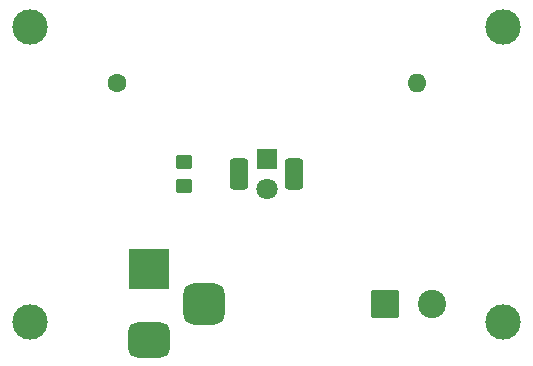
<source format=gbr>
%TF.GenerationSoftware,KiCad,Pcbnew,7.0.10*%
%TF.CreationDate,2024-03-02T17:11:43+01:00*%
%TF.ProjectId,explorer-light,6578706c-6f72-4657-922d-6c696768742e,rev?*%
%TF.SameCoordinates,Original*%
%TF.FileFunction,Soldermask,Top*%
%TF.FilePolarity,Negative*%
%FSLAX46Y46*%
G04 Gerber Fmt 4.6, Leading zero omitted, Abs format (unit mm)*
G04 Created by KiCad (PCBNEW 7.0.10) date 2024-03-02 17:11:43*
%MOMM*%
%LPD*%
G01*
G04 APERTURE LIST*
G04 Aperture macros list*
%AMRoundRect*
0 Rectangle with rounded corners*
0 $1 Rounding radius*
0 $2 $3 $4 $5 $6 $7 $8 $9 X,Y pos of 4 corners*
0 Add a 4 corners polygon primitive as box body*
4,1,4,$2,$3,$4,$5,$6,$7,$8,$9,$2,$3,0*
0 Add four circle primitives for the rounded corners*
1,1,$1+$1,$2,$3*
1,1,$1+$1,$4,$5*
1,1,$1+$1,$6,$7*
1,1,$1+$1,$8,$9*
0 Add four rect primitives between the rounded corners*
20,1,$1+$1,$2,$3,$4,$5,0*
20,1,$1+$1,$4,$5,$6,$7,0*
20,1,$1+$1,$6,$7,$8,$9,0*
20,1,$1+$1,$8,$9,$2,$3,0*%
G04 Aperture macros list end*
%ADD10R,3.500000X3.500000*%
%ADD11RoundRect,0.750000X1.000000X-0.750000X1.000000X0.750000X-1.000000X0.750000X-1.000000X-0.750000X0*%
%ADD12RoundRect,0.875000X0.875000X-0.875000X0.875000X0.875000X-0.875000X0.875000X-0.875000X-0.875000X0*%
%ADD13C,3.000000*%
%ADD14RoundRect,0.250001X-0.949999X-0.949999X0.949999X-0.949999X0.949999X0.949999X-0.949999X0.949999X0*%
%ADD15C,2.400000*%
%ADD16R,1.800000X1.800000*%
%ADD17C,1.800000*%
%ADD18RoundRect,0.249999X-0.512501X-1.075001X0.512501X-1.075001X0.512501X1.075001X-0.512501X1.075001X0*%
%ADD19C,1.600000*%
%ADD20O,1.600000X1.600000*%
%ADD21RoundRect,0.250000X-0.450000X0.350000X-0.450000X-0.350000X0.450000X-0.350000X0.450000X0.350000X0*%
G04 APERTURE END LIST*
D10*
%TO.C,J2*%
X103014800Y-75116800D03*
D11*
X103014800Y-81116800D03*
D12*
X107714800Y-78116800D03*
%TD*%
D13*
%TO.C,H1*%
X93014800Y-54616800D03*
%TD*%
D14*
%TO.C,J1*%
X123014800Y-78116800D03*
D15*
X126974800Y-78116800D03*
%TD*%
D16*
%TO.C,D2*%
X113014800Y-65866800D03*
D17*
X113014800Y-68406800D03*
%TD*%
D18*
%TO.C,D1*%
X110677300Y-67116800D03*
X115352300Y-67116800D03*
%TD*%
D13*
%TO.C,H3*%
X93014800Y-79616800D03*
%TD*%
%TO.C,H4*%
X133014800Y-79616800D03*
%TD*%
D19*
%TO.C,R1*%
X100314800Y-59366800D03*
D20*
X125714800Y-59366800D03*
%TD*%
D13*
%TO.C,H2*%
X133014800Y-54616800D03*
%TD*%
D21*
%TO.C,R2*%
X106014800Y-66116800D03*
X106014800Y-68116800D03*
%TD*%
M02*

</source>
